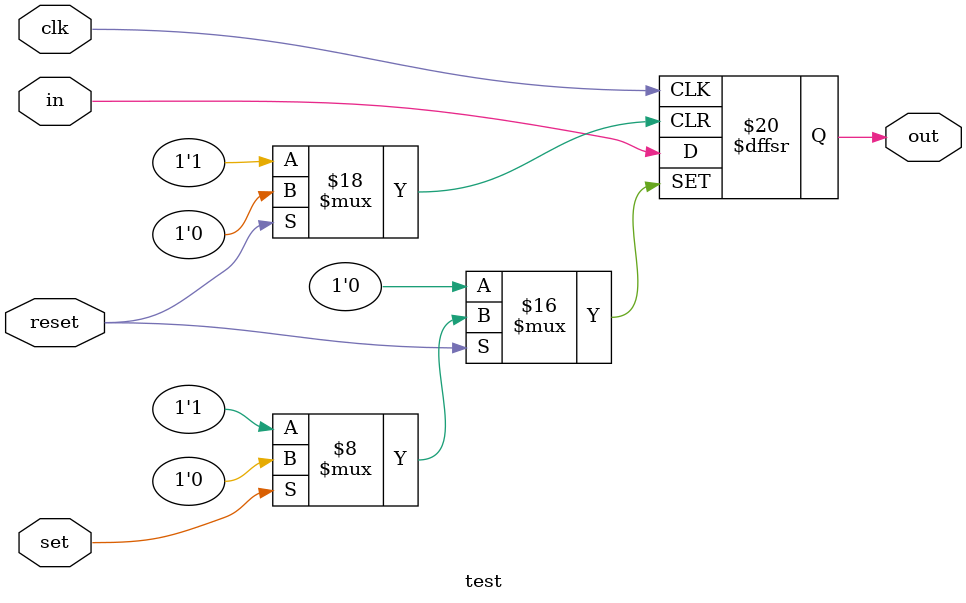
<source format=v>
module test(input  in,  input clk,  reset, set, output reg out);
always @(posedge clk, negedge reset, negedge set)
    if(!reset) out <= 1'b0;
	else if(!set) out <= 1'b1;
	else out <= in;
endmodule	

</source>
